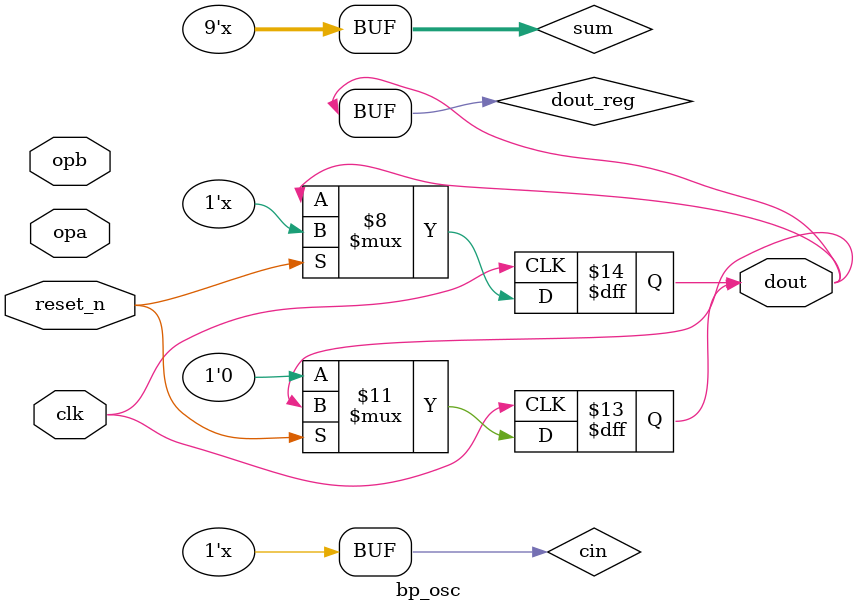
<source format=v>

module bp_osc #(parameter WIDTH = 8)
             (
              input wire                   clk,
              input wire                   reset_n,

              input wire [(WIDTH - 1) : 0] opa,
              input wire [(WIDTH - 1) : 0] opb,

              output wire                  dout
             );

  //----------------------------------------------------------------
  // Registers.
  //----------------------------------------------------------------
  reg dout_reg;


  //----------------------------------------------------------------
  // Wires.
  //----------------------------------------------------------------
  reg [WIDTH : 0] sum;
  reg 	          cin;


  //----------------------------------------------------------------
  // Concurrent assignment.
  //----------------------------------------------------------------
  assign dout = dout_reg;


  //----------------------------------------------------------------
  // reg_update
  //----------------------------------------------------------------
     always @ (posedge clk)
       begin
         if (!reset_n)
           begin
             dout <= 1'b0;
           end
         else
           begin
             dout_reg <= cin;
           end
       end


  //----------------------------------------------------------------
  // adder_osc
  //
  // Adder logic that generates the oscillator.
  //
  // NOTE: This logic contains a combinational loop and does
  // not play well with an event driven simulator.
  //----------------------------------------------------------------
  always @*
    begin: adder_osc
      cin = ~sum[WIDTH];
      sum = opa + opb + cin;
    end
endmodule // bp_osc

//======================================================================
// EOF bp_osc.v
//======================================================================

</source>
